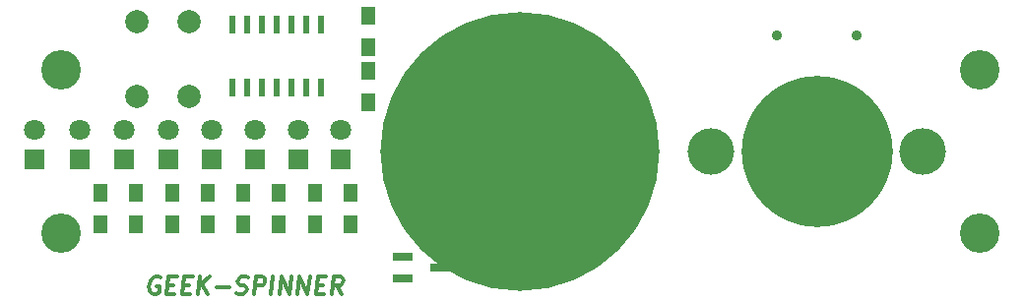
<source format=gbr>
G04 #@! TF.FileFunction,Soldermask,Top*
%FSLAX46Y46*%
G04 Gerber Fmt 4.6, Leading zero omitted, Abs format (unit mm)*
G04 Created by KiCad (PCBNEW 4.0.7-e2-6376~58~ubuntu16.04.1) date Tue Dec 26 20:47:44 2017*
%MOMM*%
%LPD*%
G01*
G04 APERTURE LIST*
%ADD10C,0.100000*%
%ADD11C,0.300000*%
%ADD12C,24.000000*%
%ADD13C,3.400000*%
%ADD14R,1.800000X1.800000*%
%ADD15C,1.800000*%
%ADD16R,1.300000X1.500000*%
%ADD17C,0.900000*%
%ADD18C,2.000000*%
%ADD19R,0.600000X1.500000*%
%ADD20R,1.800000X0.800000*%
%ADD21C,13.000000*%
%ADD22C,4.000000*%
G04 APERTURE END LIST*
D10*
D11*
X113529464Y-124850000D02*
X113395536Y-124778571D01*
X113181250Y-124778571D01*
X112958036Y-124850000D01*
X112797321Y-124992857D01*
X112708036Y-125135714D01*
X112600892Y-125421429D01*
X112574107Y-125635714D01*
X112609821Y-125921429D01*
X112663392Y-126064286D01*
X112788393Y-126207143D01*
X112993750Y-126278571D01*
X113136607Y-126278571D01*
X113359821Y-126207143D01*
X113440179Y-126135714D01*
X113502679Y-125635714D01*
X113216964Y-125635714D01*
X114163393Y-125492857D02*
X114663393Y-125492857D01*
X114779465Y-126278571D02*
X114065179Y-126278571D01*
X114252679Y-124778571D01*
X114966965Y-124778571D01*
X115520536Y-125492857D02*
X116020536Y-125492857D01*
X116136608Y-126278571D02*
X115422322Y-126278571D01*
X115609822Y-124778571D01*
X116324108Y-124778571D01*
X116779465Y-126278571D02*
X116966965Y-124778571D01*
X117636608Y-126278571D02*
X117100893Y-125421429D01*
X117824108Y-124778571D02*
X116859822Y-125635714D01*
X118350893Y-125707143D02*
X119493750Y-125707143D01*
X120074107Y-126207143D02*
X120279465Y-126278571D01*
X120636608Y-126278571D01*
X120788393Y-126207143D01*
X120868751Y-126135714D01*
X120958036Y-125992857D01*
X120975893Y-125850000D01*
X120922322Y-125707143D01*
X120859822Y-125635714D01*
X120725893Y-125564286D01*
X120449108Y-125492857D01*
X120315178Y-125421429D01*
X120252679Y-125350000D01*
X120199107Y-125207143D01*
X120216964Y-125064286D01*
X120306250Y-124921429D01*
X120386607Y-124850000D01*
X120538394Y-124778571D01*
X120895536Y-124778571D01*
X121100893Y-124850000D01*
X121565179Y-126278571D02*
X121752679Y-124778571D01*
X122324107Y-124778571D01*
X122458036Y-124850000D01*
X122520535Y-124921429D01*
X122574107Y-125064286D01*
X122547322Y-125278571D01*
X122458035Y-125421429D01*
X122377679Y-125492857D01*
X122225892Y-125564286D01*
X121654464Y-125564286D01*
X123065179Y-126278571D02*
X123252679Y-124778571D01*
X123779465Y-126278571D02*
X123966965Y-124778571D01*
X124636608Y-126278571D01*
X124824108Y-124778571D01*
X125350894Y-126278571D02*
X125538394Y-124778571D01*
X126208037Y-126278571D01*
X126395537Y-124778571D01*
X127020537Y-125492857D02*
X127520537Y-125492857D01*
X127636609Y-126278571D02*
X126922323Y-126278571D01*
X127109823Y-124778571D01*
X127824109Y-124778571D01*
X129136609Y-126278571D02*
X128725894Y-125564286D01*
X128279466Y-126278571D02*
X128466966Y-124778571D01*
X129038394Y-124778571D01*
X129172323Y-124850000D01*
X129234822Y-124921429D01*
X129288394Y-125064286D01*
X129261609Y-125278571D01*
X129172322Y-125421429D01*
X129091966Y-125492857D01*
X128940179Y-125564286D01*
X128368751Y-125564286D01*
D12*
X144500000Y-114000000D03*
D13*
X184000000Y-107000000D03*
X105000000Y-107000000D03*
X184000000Y-121000000D03*
D14*
X129100000Y-114700000D03*
D15*
X129100000Y-112160000D03*
D14*
X125400000Y-114700000D03*
D15*
X125400000Y-112160000D03*
D14*
X121700000Y-114700000D03*
D15*
X121700000Y-112160000D03*
D14*
X118000000Y-114700000D03*
D15*
X118000000Y-112160000D03*
D14*
X114200000Y-114700000D03*
D15*
X114200000Y-112160000D03*
D14*
X110400000Y-114700000D03*
D15*
X110400000Y-112160000D03*
D14*
X106600000Y-114700000D03*
D15*
X106600000Y-112160000D03*
D14*
X102760000Y-114700000D03*
D15*
X102760000Y-112160000D03*
D16*
X131400000Y-105000000D03*
X131400000Y-102300000D03*
X129899996Y-117600000D03*
X129899996Y-120300000D03*
X126828568Y-117600000D03*
X126828568Y-120300000D03*
X123757140Y-117600000D03*
X123757140Y-120300000D03*
X120685712Y-117600000D03*
X120685712Y-120300000D03*
X117614284Y-117600000D03*
X117614284Y-120300000D03*
X114542856Y-117600000D03*
X114542856Y-120300000D03*
X111471428Y-117600000D03*
X111471428Y-120300000D03*
X108400000Y-117600000D03*
X108400000Y-120300000D03*
X131400000Y-107100000D03*
X131400000Y-109800000D03*
D17*
X166600000Y-104000000D03*
X173400000Y-104000000D03*
D18*
X111500000Y-102800000D03*
X116000000Y-102800000D03*
X111500000Y-109300000D03*
X116000000Y-109300000D03*
D19*
X127390000Y-103100000D03*
X126120000Y-103100000D03*
X124850000Y-103100000D03*
X123580000Y-103100000D03*
X122310000Y-103100000D03*
X121040000Y-103100000D03*
X119770000Y-103100000D03*
X119770000Y-108500000D03*
X121040000Y-108500000D03*
X122310000Y-108500000D03*
X123580000Y-108500000D03*
X124850000Y-108500000D03*
X126120000Y-108500000D03*
X127390000Y-108500000D03*
D20*
X134350000Y-123050000D03*
X134350000Y-124950000D03*
X137650000Y-124000000D03*
D13*
X105000000Y-121000000D03*
D21*
X170000000Y-114000000D03*
D22*
X160900000Y-114000000D03*
X179100000Y-114000000D03*
M02*

</source>
